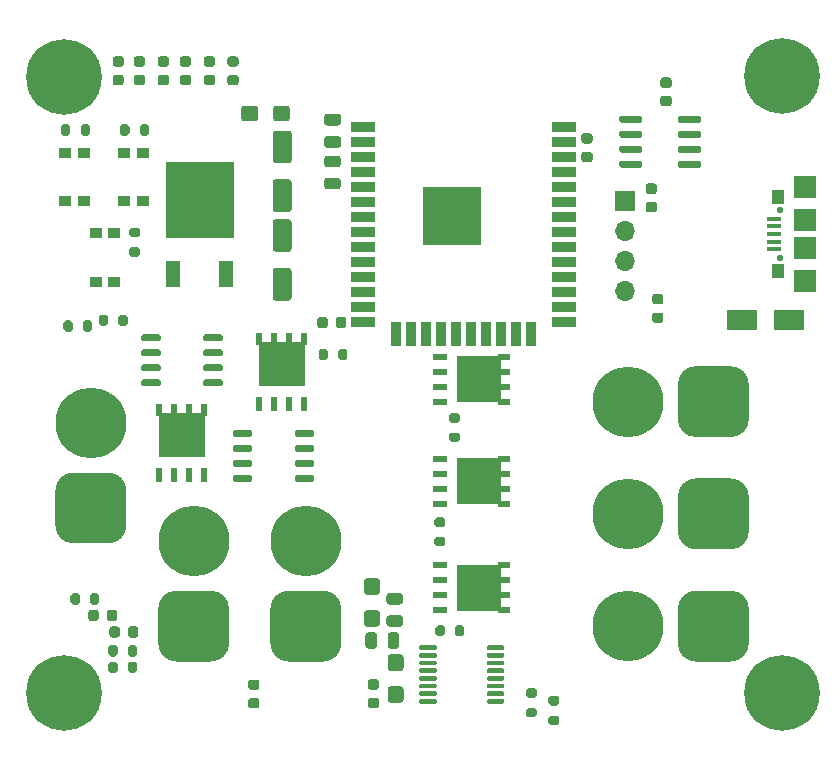
<source format=gbr>
G04 #@! TF.GenerationSoftware,KiCad,Pcbnew,(5.1.7-0-10_14)*
G04 #@! TF.CreationDate,2021-01-05T11:30:20+11:00*
G04 #@! TF.ProjectId,esp32_battery_isolator,65737033-325f-4626-9174-746572795f69,rev?*
G04 #@! TF.SameCoordinates,Original*
G04 #@! TF.FileFunction,Soldermask,Top*
G04 #@! TF.FilePolarity,Negative*
%FSLAX46Y46*%
G04 Gerber Fmt 4.6, Leading zero omitted, Abs format (unit mm)*
G04 Created by KiCad (PCBNEW (5.1.7-0-10_14)) date 2021-01-05 11:30:20*
%MOMM*%
%LPD*%
G01*
G04 APERTURE LIST*
%ADD10C,6.000000*%
%ADD11C,0.800000*%
%ADD12C,6.400000*%
%ADD13R,2.500000X1.800000*%
%ADD14R,1.700000X1.700000*%
%ADD15O,1.700000X1.700000*%
%ADD16R,1.300000X0.400000*%
%ADD17C,0.550000*%
%ADD18R,1.900000X1.900000*%
%ADD19R,1.000000X1.300000*%
%ADD20R,5.000000X5.000000*%
%ADD21R,2.000000X0.900000*%
%ADD22R,0.900000X2.000000*%
%ADD23R,1.000000X0.900000*%
%ADD24R,1.200000X2.200000*%
%ADD25R,5.800000X6.400000*%
%ADD26R,0.610000X1.270000*%
%ADD27R,0.610000X1.020000*%
%ADD28R,3.910000X3.810000*%
%ADD29R,1.270000X0.610000*%
%ADD30R,1.020000X0.610000*%
%ADD31R,3.810000X3.910000*%
G04 APERTURE END LIST*
D10*
X131650000Y-117950000D03*
G36*
G01*
X133150000Y-128150000D02*
X130150000Y-128150000D01*
G75*
G02*
X128650000Y-126650000I0J1500000D01*
G01*
X128650000Y-123650000D01*
G75*
G02*
X130150000Y-122150000I1500000J0D01*
G01*
X133150000Y-122150000D01*
G75*
G02*
X134650000Y-123650000I0J-1500000D01*
G01*
X134650000Y-126650000D01*
G75*
G02*
X133150000Y-128150000I-1500000J0D01*
G01*
G37*
D11*
X112847056Y-129152944D03*
X111150000Y-128450000D03*
X109452944Y-129152944D03*
X108750000Y-130850000D03*
X109452944Y-132547056D03*
X111150000Y-133250000D03*
X112847056Y-132547056D03*
X113550000Y-130850000D03*
D12*
X111150000Y-130850000D03*
D11*
X173647056Y-76852944D03*
X171950000Y-76150000D03*
X170252944Y-76852944D03*
X169550000Y-78550000D03*
X170252944Y-80247056D03*
X171950000Y-80950000D03*
X173647056Y-80247056D03*
X174350000Y-78550000D03*
D12*
X171950000Y-78550000D03*
X171950000Y-130850000D03*
D11*
X174350000Y-130850000D03*
X173647056Y-132547056D03*
X171950000Y-133250000D03*
X170252944Y-132547056D03*
X169550000Y-130850000D03*
X170252944Y-129152944D03*
X171950000Y-128450000D03*
X173647056Y-129152944D03*
X112847056Y-76952944D03*
X111150000Y-76250000D03*
X109452944Y-76952944D03*
X108750000Y-78650000D03*
X109452944Y-80347056D03*
X111150000Y-81050000D03*
X112847056Y-80347056D03*
X113550000Y-78650000D03*
D12*
X111150000Y-78650000D03*
G36*
G01*
X133443750Y-85325000D02*
X134356250Y-85325000D01*
G75*
G02*
X134600000Y-85568750I0J-243750D01*
G01*
X134600000Y-86056250D01*
G75*
G02*
X134356250Y-86300000I-243750J0D01*
G01*
X133443750Y-86300000D01*
G75*
G02*
X133200000Y-86056250I0J243750D01*
G01*
X133200000Y-85568750D01*
G75*
G02*
X133443750Y-85325000I243750J0D01*
G01*
G37*
G36*
G01*
X133443750Y-87200000D02*
X134356250Y-87200000D01*
G75*
G02*
X134600000Y-87443750I0J-243750D01*
G01*
X134600000Y-87931250D01*
G75*
G02*
X134356250Y-88175000I-243750J0D01*
G01*
X133443750Y-88175000D01*
G75*
G02*
X133200000Y-87931250I0J243750D01*
G01*
X133200000Y-87443750D01*
G75*
G02*
X133443750Y-87200000I243750J0D01*
G01*
G37*
G36*
G01*
X139631250Y-123325000D02*
X138718750Y-123325000D01*
G75*
G02*
X138475000Y-123081250I0J243750D01*
G01*
X138475000Y-122593750D01*
G75*
G02*
X138718750Y-122350000I243750J0D01*
G01*
X139631250Y-122350000D01*
G75*
G02*
X139875000Y-122593750I0J-243750D01*
G01*
X139875000Y-123081250D01*
G75*
G02*
X139631250Y-123325000I-243750J0D01*
G01*
G37*
G36*
G01*
X139631250Y-125200000D02*
X138718750Y-125200000D01*
G75*
G02*
X138475000Y-124956250I0J243750D01*
G01*
X138475000Y-124468750D01*
G75*
G02*
X138718750Y-124225000I243750J0D01*
G01*
X139631250Y-124225000D01*
G75*
G02*
X139875000Y-124468750I0J-243750D01*
G01*
X139875000Y-124956250D01*
G75*
G02*
X139631250Y-125200000I-243750J0D01*
G01*
G37*
G36*
G01*
X139550000Y-125918750D02*
X139550000Y-126831250D01*
G75*
G02*
X139306250Y-127075000I-243750J0D01*
G01*
X138818750Y-127075000D01*
G75*
G02*
X138575000Y-126831250I0J243750D01*
G01*
X138575000Y-125918750D01*
G75*
G02*
X138818750Y-125675000I243750J0D01*
G01*
X139306250Y-125675000D01*
G75*
G02*
X139550000Y-125918750I0J-243750D01*
G01*
G37*
G36*
G01*
X137675000Y-125918750D02*
X137675000Y-126831250D01*
G75*
G02*
X137431250Y-127075000I-243750J0D01*
G01*
X136943750Y-127075000D01*
G75*
G02*
X136700000Y-126831250I0J243750D01*
G01*
X136700000Y-125918750D01*
G75*
G02*
X136943750Y-125675000I243750J0D01*
G01*
X137431250Y-125675000D01*
G75*
G02*
X137675000Y-125918750I0J-243750D01*
G01*
G37*
G36*
G01*
X116016250Y-77785000D02*
X115503750Y-77785000D01*
G75*
G02*
X115285000Y-77566250I0J218750D01*
G01*
X115285000Y-77128750D01*
G75*
G02*
X115503750Y-76910000I218750J0D01*
G01*
X116016250Y-76910000D01*
G75*
G02*
X116235000Y-77128750I0J-218750D01*
G01*
X116235000Y-77566250D01*
G75*
G02*
X116016250Y-77785000I-218750J0D01*
G01*
G37*
G36*
G01*
X116016250Y-79360000D02*
X115503750Y-79360000D01*
G75*
G02*
X115285000Y-79141250I0J218750D01*
G01*
X115285000Y-78703750D01*
G75*
G02*
X115503750Y-78485000I218750J0D01*
G01*
X116016250Y-78485000D01*
G75*
G02*
X116235000Y-78703750I0J-218750D01*
G01*
X116235000Y-79141250D01*
G75*
G02*
X116016250Y-79360000I-218750J0D01*
G01*
G37*
G36*
G01*
X119841250Y-79360000D02*
X119328750Y-79360000D01*
G75*
G02*
X119110000Y-79141250I0J218750D01*
G01*
X119110000Y-78703750D01*
G75*
G02*
X119328750Y-78485000I218750J0D01*
G01*
X119841250Y-78485000D01*
G75*
G02*
X120060000Y-78703750I0J-218750D01*
G01*
X120060000Y-79141250D01*
G75*
G02*
X119841250Y-79360000I-218750J0D01*
G01*
G37*
G36*
G01*
X119841250Y-77785000D02*
X119328750Y-77785000D01*
G75*
G02*
X119110000Y-77566250I0J218750D01*
G01*
X119110000Y-77128750D01*
G75*
G02*
X119328750Y-76910000I218750J0D01*
G01*
X119841250Y-76910000D01*
G75*
G02*
X120060000Y-77128750I0J-218750D01*
G01*
X120060000Y-77566250D01*
G75*
G02*
X119841250Y-77785000I-218750J0D01*
G01*
G37*
G36*
G01*
X117816250Y-77785000D02*
X117303750Y-77785000D01*
G75*
G02*
X117085000Y-77566250I0J218750D01*
G01*
X117085000Y-77128750D01*
G75*
G02*
X117303750Y-76910000I218750J0D01*
G01*
X117816250Y-76910000D01*
G75*
G02*
X118035000Y-77128750I0J-218750D01*
G01*
X118035000Y-77566250D01*
G75*
G02*
X117816250Y-77785000I-218750J0D01*
G01*
G37*
G36*
G01*
X117816250Y-79360000D02*
X117303750Y-79360000D01*
G75*
G02*
X117085000Y-79141250I0J218750D01*
G01*
X117085000Y-78703750D01*
G75*
G02*
X117303750Y-78485000I218750J0D01*
G01*
X117816250Y-78485000D01*
G75*
G02*
X118035000Y-78703750I0J-218750D01*
G01*
X118035000Y-79141250D01*
G75*
G02*
X117816250Y-79360000I-218750J0D01*
G01*
G37*
G36*
G01*
X121716250Y-79360000D02*
X121203750Y-79360000D01*
G75*
G02*
X120985000Y-79141250I0J218750D01*
G01*
X120985000Y-78703750D01*
G75*
G02*
X121203750Y-78485000I218750J0D01*
G01*
X121716250Y-78485000D01*
G75*
G02*
X121935000Y-78703750I0J-218750D01*
G01*
X121935000Y-79141250D01*
G75*
G02*
X121716250Y-79360000I-218750J0D01*
G01*
G37*
G36*
G01*
X121716250Y-77785000D02*
X121203750Y-77785000D01*
G75*
G02*
X120985000Y-77566250I0J218750D01*
G01*
X120985000Y-77128750D01*
G75*
G02*
X121203750Y-76910000I218750J0D01*
G01*
X121716250Y-76910000D01*
G75*
G02*
X121935000Y-77128750I0J-218750D01*
G01*
X121935000Y-77566250D01*
G75*
G02*
X121716250Y-77785000I-218750J0D01*
G01*
G37*
G36*
G01*
X135075000Y-99193750D02*
X135075000Y-99706250D01*
G75*
G02*
X134856250Y-99925000I-218750J0D01*
G01*
X134418750Y-99925000D01*
G75*
G02*
X134200000Y-99706250I0J218750D01*
G01*
X134200000Y-99193750D01*
G75*
G02*
X134418750Y-98975000I218750J0D01*
G01*
X134856250Y-98975000D01*
G75*
G02*
X135075000Y-99193750I0J-218750D01*
G01*
G37*
G36*
G01*
X133500000Y-99193750D02*
X133500000Y-99706250D01*
G75*
G02*
X133281250Y-99925000I-218750J0D01*
G01*
X132843750Y-99925000D01*
G75*
G02*
X132625000Y-99706250I0J218750D01*
G01*
X132625000Y-99193750D01*
G75*
G02*
X132843750Y-98975000I218750J0D01*
G01*
X133281250Y-98975000D01*
G75*
G02*
X133500000Y-99193750I0J-218750D01*
G01*
G37*
G36*
G01*
X155193750Y-85000000D02*
X155706250Y-85000000D01*
G75*
G02*
X155925000Y-85218750I0J-218750D01*
G01*
X155925000Y-85656250D01*
G75*
G02*
X155706250Y-85875000I-218750J0D01*
G01*
X155193750Y-85875000D01*
G75*
G02*
X154975000Y-85656250I0J218750D01*
G01*
X154975000Y-85218750D01*
G75*
G02*
X155193750Y-85000000I218750J0D01*
G01*
G37*
G36*
G01*
X155193750Y-83425000D02*
X155706250Y-83425000D01*
G75*
G02*
X155925000Y-83643750I0J-218750D01*
G01*
X155925000Y-84081250D01*
G75*
G02*
X155706250Y-84300000I-218750J0D01*
G01*
X155193750Y-84300000D01*
G75*
G02*
X154975000Y-84081250I0J218750D01*
G01*
X154975000Y-83643750D01*
G75*
G02*
X155193750Y-83425000I218750J0D01*
G01*
G37*
G36*
G01*
X161193750Y-98600000D02*
X161706250Y-98600000D01*
G75*
G02*
X161925000Y-98818750I0J-218750D01*
G01*
X161925000Y-99256250D01*
G75*
G02*
X161706250Y-99475000I-218750J0D01*
G01*
X161193750Y-99475000D01*
G75*
G02*
X160975000Y-99256250I0J218750D01*
G01*
X160975000Y-98818750D01*
G75*
G02*
X161193750Y-98600000I218750J0D01*
G01*
G37*
G36*
G01*
X161193750Y-97025000D02*
X161706250Y-97025000D01*
G75*
G02*
X161925000Y-97243750I0J-218750D01*
G01*
X161925000Y-97681250D01*
G75*
G02*
X161706250Y-97900000I-218750J0D01*
G01*
X161193750Y-97900000D01*
G75*
G02*
X160975000Y-97681250I0J218750D01*
G01*
X160975000Y-97243750D01*
G75*
G02*
X161193750Y-97025000I218750J0D01*
G01*
G37*
G36*
G01*
X114100000Y-123993750D02*
X114100000Y-124506250D01*
G75*
G02*
X113881250Y-124725000I-218750J0D01*
G01*
X113443750Y-124725000D01*
G75*
G02*
X113225000Y-124506250I0J218750D01*
G01*
X113225000Y-123993750D01*
G75*
G02*
X113443750Y-123775000I218750J0D01*
G01*
X113881250Y-123775000D01*
G75*
G02*
X114100000Y-123993750I0J-218750D01*
G01*
G37*
G36*
G01*
X115675000Y-123993750D02*
X115675000Y-124506250D01*
G75*
G02*
X115456250Y-124725000I-218750J0D01*
G01*
X115018750Y-124725000D01*
G75*
G02*
X114800000Y-124506250I0J218750D01*
G01*
X114800000Y-123993750D01*
G75*
G02*
X115018750Y-123775000I218750J0D01*
G01*
X115456250Y-123775000D01*
G75*
G02*
X115675000Y-123993750I0J-218750D01*
G01*
G37*
G36*
G01*
X115025000Y-125906250D02*
X115025000Y-125393750D01*
G75*
G02*
X115243750Y-125175000I218750J0D01*
G01*
X115681250Y-125175000D01*
G75*
G02*
X115900000Y-125393750I0J-218750D01*
G01*
X115900000Y-125906250D01*
G75*
G02*
X115681250Y-126125000I-218750J0D01*
G01*
X115243750Y-126125000D01*
G75*
G02*
X115025000Y-125906250I0J218750D01*
G01*
G37*
G36*
G01*
X116600000Y-125906250D02*
X116600000Y-125393750D01*
G75*
G02*
X116818750Y-125175000I218750J0D01*
G01*
X117256250Y-125175000D01*
G75*
G02*
X117475000Y-125393750I0J-218750D01*
G01*
X117475000Y-125906250D01*
G75*
G02*
X117256250Y-126125000I-218750J0D01*
G01*
X116818750Y-126125000D01*
G75*
G02*
X116600000Y-125906250I0J218750D01*
G01*
G37*
G36*
G01*
X137118750Y-131225000D02*
X137631250Y-131225000D01*
G75*
G02*
X137850000Y-131443750I0J-218750D01*
G01*
X137850000Y-131881250D01*
G75*
G02*
X137631250Y-132100000I-218750J0D01*
G01*
X137118750Y-132100000D01*
G75*
G02*
X136900000Y-131881250I0J218750D01*
G01*
X136900000Y-131443750D01*
G75*
G02*
X137118750Y-131225000I218750J0D01*
G01*
G37*
G36*
G01*
X137118750Y-129650000D02*
X137631250Y-129650000D01*
G75*
G02*
X137850000Y-129868750I0J-218750D01*
G01*
X137850000Y-130306250D01*
G75*
G02*
X137631250Y-130525000I-218750J0D01*
G01*
X137118750Y-130525000D01*
G75*
G02*
X136900000Y-130306250I0J218750D01*
G01*
X136900000Y-129868750D01*
G75*
G02*
X137118750Y-129650000I218750J0D01*
G01*
G37*
G36*
G01*
X127506250Y-132125000D02*
X126993750Y-132125000D01*
G75*
G02*
X126775000Y-131906250I0J218750D01*
G01*
X126775000Y-131468750D01*
G75*
G02*
X126993750Y-131250000I218750J0D01*
G01*
X127506250Y-131250000D01*
G75*
G02*
X127725000Y-131468750I0J-218750D01*
G01*
X127725000Y-131906250D01*
G75*
G02*
X127506250Y-132125000I-218750J0D01*
G01*
G37*
G36*
G01*
X127506250Y-130550000D02*
X126993750Y-130550000D01*
G75*
G02*
X126775000Y-130331250I0J218750D01*
G01*
X126775000Y-129893750D01*
G75*
G02*
X126993750Y-129675000I218750J0D01*
G01*
X127506250Y-129675000D01*
G75*
G02*
X127725000Y-129893750I0J-218750D01*
G01*
X127725000Y-130331250D01*
G75*
G02*
X127506250Y-130550000I-218750J0D01*
G01*
G37*
G36*
G01*
X130200000Y-97600000D02*
X129100000Y-97600000D01*
G75*
G02*
X128850000Y-97350000I0J250000D01*
G01*
X128850000Y-95075000D01*
G75*
G02*
X129100000Y-94825000I250000J0D01*
G01*
X130200000Y-94825000D01*
G75*
G02*
X130450000Y-95075000I0J-250000D01*
G01*
X130450000Y-97350000D01*
G75*
G02*
X130200000Y-97600000I-250000J0D01*
G01*
G37*
G36*
G01*
X130200000Y-93475000D02*
X129100000Y-93475000D01*
G75*
G02*
X128850000Y-93225000I0J250000D01*
G01*
X128850000Y-90950000D01*
G75*
G02*
X129100000Y-90700000I250000J0D01*
G01*
X130200000Y-90700000D01*
G75*
G02*
X130450000Y-90950000I0J-250000D01*
G01*
X130450000Y-93225000D01*
G75*
G02*
X130200000Y-93475000I-250000J0D01*
G01*
G37*
G36*
G01*
X129100000Y-87325000D02*
X130200000Y-87325000D01*
G75*
G02*
X130450000Y-87575000I0J-250000D01*
G01*
X130450000Y-89850000D01*
G75*
G02*
X130200000Y-90100000I-250000J0D01*
G01*
X129100000Y-90100000D01*
G75*
G02*
X128850000Y-89850000I0J250000D01*
G01*
X128850000Y-87575000D01*
G75*
G02*
X129100000Y-87325000I250000J0D01*
G01*
G37*
G36*
G01*
X129100000Y-83200000D02*
X130200000Y-83200000D01*
G75*
G02*
X130450000Y-83450000I0J-250000D01*
G01*
X130450000Y-85725000D01*
G75*
G02*
X130200000Y-85975000I-250000J0D01*
G01*
X129100000Y-85975000D01*
G75*
G02*
X128850000Y-85725000I0J250000D01*
G01*
X128850000Y-83450000D01*
G75*
G02*
X129100000Y-83200000I250000J0D01*
G01*
G37*
G36*
G01*
X160650000Y-87675000D02*
X161150000Y-87675000D01*
G75*
G02*
X161375000Y-87900000I0J-225000D01*
G01*
X161375000Y-88350000D01*
G75*
G02*
X161150000Y-88575000I-225000J0D01*
G01*
X160650000Y-88575000D01*
G75*
G02*
X160425000Y-88350000I0J225000D01*
G01*
X160425000Y-87900000D01*
G75*
G02*
X160650000Y-87675000I225000J0D01*
G01*
G37*
G36*
G01*
X160650000Y-89225000D02*
X161150000Y-89225000D01*
G75*
G02*
X161375000Y-89450000I0J-225000D01*
G01*
X161375000Y-89900000D01*
G75*
G02*
X161150000Y-90125000I-225000J0D01*
G01*
X160650000Y-90125000D01*
G75*
G02*
X160425000Y-89900000I0J225000D01*
G01*
X160425000Y-89450000D01*
G75*
G02*
X160650000Y-89225000I225000J0D01*
G01*
G37*
G36*
G01*
X162400000Y-79600000D02*
X161900000Y-79600000D01*
G75*
G02*
X161675000Y-79375000I0J225000D01*
G01*
X161675000Y-78925000D01*
G75*
G02*
X161900000Y-78700000I225000J0D01*
G01*
X162400000Y-78700000D01*
G75*
G02*
X162625000Y-78925000I0J-225000D01*
G01*
X162625000Y-79375000D01*
G75*
G02*
X162400000Y-79600000I-225000J0D01*
G01*
G37*
G36*
G01*
X162400000Y-81150000D02*
X161900000Y-81150000D01*
G75*
G02*
X161675000Y-80925000I0J225000D01*
G01*
X161675000Y-80475000D01*
G75*
G02*
X161900000Y-80250000I225000J0D01*
G01*
X162400000Y-80250000D01*
G75*
G02*
X162625000Y-80475000I0J-225000D01*
G01*
X162625000Y-80925000D01*
G75*
G02*
X162400000Y-81150000I-225000J0D01*
G01*
G37*
D13*
X172550000Y-99250000D03*
X168550000Y-99250000D03*
G36*
G01*
X123741250Y-79360000D02*
X123228750Y-79360000D01*
G75*
G02*
X123010000Y-79141250I0J218750D01*
G01*
X123010000Y-78703750D01*
G75*
G02*
X123228750Y-78485000I218750J0D01*
G01*
X123741250Y-78485000D01*
G75*
G02*
X123960000Y-78703750I0J-218750D01*
G01*
X123960000Y-79141250D01*
G75*
G02*
X123741250Y-79360000I-218750J0D01*
G01*
G37*
G36*
G01*
X123741250Y-77785000D02*
X123228750Y-77785000D01*
G75*
G02*
X123010000Y-77566250I0J218750D01*
G01*
X123010000Y-77128750D01*
G75*
G02*
X123228750Y-76910000I218750J0D01*
G01*
X123741250Y-76910000D01*
G75*
G02*
X123960000Y-77128750I0J-218750D01*
G01*
X123960000Y-77566250D01*
G75*
G02*
X123741250Y-77785000I-218750J0D01*
G01*
G37*
D10*
X122150000Y-117950000D03*
G36*
G01*
X123650000Y-128150000D02*
X120650000Y-128150000D01*
G75*
G02*
X119150000Y-126650000I0J1500000D01*
G01*
X119150000Y-123650000D01*
G75*
G02*
X120650000Y-122150000I1500000J0D01*
G01*
X123650000Y-122150000D01*
G75*
G02*
X125150000Y-123650000I0J-1500000D01*
G01*
X125150000Y-126650000D01*
G75*
G02*
X123650000Y-128150000I-1500000J0D01*
G01*
G37*
D14*
X158650000Y-89150000D03*
D15*
X158650000Y-91690000D03*
X158650000Y-94230000D03*
X158650000Y-96770000D03*
D16*
X171300000Y-92610000D03*
X171300000Y-93260000D03*
X171300000Y-91960000D03*
X171300000Y-91310000D03*
X171300000Y-90660000D03*
D17*
X171800000Y-93960000D03*
X171800000Y-89960000D03*
D18*
X173950000Y-95910000D03*
X173950000Y-88010000D03*
X173950000Y-90760000D03*
X173950000Y-93160000D03*
D19*
X171600000Y-95110000D03*
X171600000Y-88810000D03*
G36*
G01*
X113375000Y-82875000D02*
X113375000Y-83425000D01*
G75*
G02*
X113175000Y-83625000I-200000J0D01*
G01*
X112775000Y-83625000D01*
G75*
G02*
X112575000Y-83425000I0J200000D01*
G01*
X112575000Y-82875000D01*
G75*
G02*
X112775000Y-82675000I200000J0D01*
G01*
X113175000Y-82675000D01*
G75*
G02*
X113375000Y-82875000I0J-200000D01*
G01*
G37*
G36*
G01*
X111725000Y-82875000D02*
X111725000Y-83425000D01*
G75*
G02*
X111525000Y-83625000I-200000J0D01*
G01*
X111125000Y-83625000D01*
G75*
G02*
X110925000Y-83425000I0J200000D01*
G01*
X110925000Y-82875000D01*
G75*
G02*
X111125000Y-82675000I200000J0D01*
G01*
X111525000Y-82675000D01*
G75*
G02*
X111725000Y-82875000I0J-200000D01*
G01*
G37*
G36*
G01*
X125741250Y-77785000D02*
X125228750Y-77785000D01*
G75*
G02*
X125010000Y-77566250I0J218750D01*
G01*
X125010000Y-77128750D01*
G75*
G02*
X125228750Y-76910000I218750J0D01*
G01*
X125741250Y-76910000D01*
G75*
G02*
X125960000Y-77128750I0J-218750D01*
G01*
X125960000Y-77566250D01*
G75*
G02*
X125741250Y-77785000I-218750J0D01*
G01*
G37*
G36*
G01*
X125741250Y-79360000D02*
X125228750Y-79360000D01*
G75*
G02*
X125010000Y-79141250I0J218750D01*
G01*
X125010000Y-78703750D01*
G75*
G02*
X125228750Y-78485000I218750J0D01*
G01*
X125741250Y-78485000D01*
G75*
G02*
X125960000Y-78703750I0J-218750D01*
G01*
X125960000Y-79141250D01*
G75*
G02*
X125741250Y-79360000I-218750J0D01*
G01*
G37*
D20*
X144000000Y-90395000D03*
D21*
X136500000Y-82895000D03*
X136500000Y-84165000D03*
X136500000Y-85435000D03*
X136500000Y-86705000D03*
X136500000Y-87975000D03*
X136500000Y-89245000D03*
X136500000Y-90515000D03*
X136500000Y-91785000D03*
X136500000Y-93055000D03*
X136500000Y-94325000D03*
X136500000Y-95595000D03*
X136500000Y-96865000D03*
X136500000Y-98135000D03*
X136500000Y-99405000D03*
D22*
X139285000Y-100405000D03*
X140555000Y-100405000D03*
X141825000Y-100405000D03*
X143095000Y-100405000D03*
X144365000Y-100405000D03*
X145635000Y-100405000D03*
X146905000Y-100405000D03*
X148175000Y-100405000D03*
X149445000Y-100405000D03*
X150715000Y-100405000D03*
D21*
X153500000Y-99405000D03*
X153500000Y-98135000D03*
X153500000Y-96865000D03*
X153500000Y-95595000D03*
X153500000Y-94325000D03*
X153500000Y-93055000D03*
X153500000Y-91785000D03*
X153500000Y-90515000D03*
X153500000Y-89245000D03*
X153500000Y-87975000D03*
X153500000Y-86705000D03*
X153500000Y-85435000D03*
X153500000Y-84165000D03*
X153500000Y-82895000D03*
G36*
G01*
X141250000Y-127075000D02*
X141250000Y-126875000D01*
G75*
G02*
X141350000Y-126775000I100000J0D01*
G01*
X142625000Y-126775000D01*
G75*
G02*
X142725000Y-126875000I0J-100000D01*
G01*
X142725000Y-127075000D01*
G75*
G02*
X142625000Y-127175000I-100000J0D01*
G01*
X141350000Y-127175000D01*
G75*
G02*
X141250000Y-127075000I0J100000D01*
G01*
G37*
G36*
G01*
X141250000Y-127725000D02*
X141250000Y-127525000D01*
G75*
G02*
X141350000Y-127425000I100000J0D01*
G01*
X142625000Y-127425000D01*
G75*
G02*
X142725000Y-127525000I0J-100000D01*
G01*
X142725000Y-127725000D01*
G75*
G02*
X142625000Y-127825000I-100000J0D01*
G01*
X141350000Y-127825000D01*
G75*
G02*
X141250000Y-127725000I0J100000D01*
G01*
G37*
G36*
G01*
X141250000Y-128375000D02*
X141250000Y-128175000D01*
G75*
G02*
X141350000Y-128075000I100000J0D01*
G01*
X142625000Y-128075000D01*
G75*
G02*
X142725000Y-128175000I0J-100000D01*
G01*
X142725000Y-128375000D01*
G75*
G02*
X142625000Y-128475000I-100000J0D01*
G01*
X141350000Y-128475000D01*
G75*
G02*
X141250000Y-128375000I0J100000D01*
G01*
G37*
G36*
G01*
X141250000Y-129025000D02*
X141250000Y-128825000D01*
G75*
G02*
X141350000Y-128725000I100000J0D01*
G01*
X142625000Y-128725000D01*
G75*
G02*
X142725000Y-128825000I0J-100000D01*
G01*
X142725000Y-129025000D01*
G75*
G02*
X142625000Y-129125000I-100000J0D01*
G01*
X141350000Y-129125000D01*
G75*
G02*
X141250000Y-129025000I0J100000D01*
G01*
G37*
G36*
G01*
X141250000Y-129675000D02*
X141250000Y-129475000D01*
G75*
G02*
X141350000Y-129375000I100000J0D01*
G01*
X142625000Y-129375000D01*
G75*
G02*
X142725000Y-129475000I0J-100000D01*
G01*
X142725000Y-129675000D01*
G75*
G02*
X142625000Y-129775000I-100000J0D01*
G01*
X141350000Y-129775000D01*
G75*
G02*
X141250000Y-129675000I0J100000D01*
G01*
G37*
G36*
G01*
X141250000Y-130325000D02*
X141250000Y-130125000D01*
G75*
G02*
X141350000Y-130025000I100000J0D01*
G01*
X142625000Y-130025000D01*
G75*
G02*
X142725000Y-130125000I0J-100000D01*
G01*
X142725000Y-130325000D01*
G75*
G02*
X142625000Y-130425000I-100000J0D01*
G01*
X141350000Y-130425000D01*
G75*
G02*
X141250000Y-130325000I0J100000D01*
G01*
G37*
G36*
G01*
X141250000Y-130975000D02*
X141250000Y-130775000D01*
G75*
G02*
X141350000Y-130675000I100000J0D01*
G01*
X142625000Y-130675000D01*
G75*
G02*
X142725000Y-130775000I0J-100000D01*
G01*
X142725000Y-130975000D01*
G75*
G02*
X142625000Y-131075000I-100000J0D01*
G01*
X141350000Y-131075000D01*
G75*
G02*
X141250000Y-130975000I0J100000D01*
G01*
G37*
G36*
G01*
X141250000Y-131625000D02*
X141250000Y-131425000D01*
G75*
G02*
X141350000Y-131325000I100000J0D01*
G01*
X142625000Y-131325000D01*
G75*
G02*
X142725000Y-131425000I0J-100000D01*
G01*
X142725000Y-131625000D01*
G75*
G02*
X142625000Y-131725000I-100000J0D01*
G01*
X141350000Y-131725000D01*
G75*
G02*
X141250000Y-131625000I0J100000D01*
G01*
G37*
G36*
G01*
X146975000Y-131625000D02*
X146975000Y-131425000D01*
G75*
G02*
X147075000Y-131325000I100000J0D01*
G01*
X148350000Y-131325000D01*
G75*
G02*
X148450000Y-131425000I0J-100000D01*
G01*
X148450000Y-131625000D01*
G75*
G02*
X148350000Y-131725000I-100000J0D01*
G01*
X147075000Y-131725000D01*
G75*
G02*
X146975000Y-131625000I0J100000D01*
G01*
G37*
G36*
G01*
X146975000Y-130975000D02*
X146975000Y-130775000D01*
G75*
G02*
X147075000Y-130675000I100000J0D01*
G01*
X148350000Y-130675000D01*
G75*
G02*
X148450000Y-130775000I0J-100000D01*
G01*
X148450000Y-130975000D01*
G75*
G02*
X148350000Y-131075000I-100000J0D01*
G01*
X147075000Y-131075000D01*
G75*
G02*
X146975000Y-130975000I0J100000D01*
G01*
G37*
G36*
G01*
X146975000Y-130325000D02*
X146975000Y-130125000D01*
G75*
G02*
X147075000Y-130025000I100000J0D01*
G01*
X148350000Y-130025000D01*
G75*
G02*
X148450000Y-130125000I0J-100000D01*
G01*
X148450000Y-130325000D01*
G75*
G02*
X148350000Y-130425000I-100000J0D01*
G01*
X147075000Y-130425000D01*
G75*
G02*
X146975000Y-130325000I0J100000D01*
G01*
G37*
G36*
G01*
X146975000Y-129675000D02*
X146975000Y-129475000D01*
G75*
G02*
X147075000Y-129375000I100000J0D01*
G01*
X148350000Y-129375000D01*
G75*
G02*
X148450000Y-129475000I0J-100000D01*
G01*
X148450000Y-129675000D01*
G75*
G02*
X148350000Y-129775000I-100000J0D01*
G01*
X147075000Y-129775000D01*
G75*
G02*
X146975000Y-129675000I0J100000D01*
G01*
G37*
G36*
G01*
X146975000Y-129025000D02*
X146975000Y-128825000D01*
G75*
G02*
X147075000Y-128725000I100000J0D01*
G01*
X148350000Y-128725000D01*
G75*
G02*
X148450000Y-128825000I0J-100000D01*
G01*
X148450000Y-129025000D01*
G75*
G02*
X148350000Y-129125000I-100000J0D01*
G01*
X147075000Y-129125000D01*
G75*
G02*
X146975000Y-129025000I0J100000D01*
G01*
G37*
G36*
G01*
X146975000Y-128375000D02*
X146975000Y-128175000D01*
G75*
G02*
X147075000Y-128075000I100000J0D01*
G01*
X148350000Y-128075000D01*
G75*
G02*
X148450000Y-128175000I0J-100000D01*
G01*
X148450000Y-128375000D01*
G75*
G02*
X148350000Y-128475000I-100000J0D01*
G01*
X147075000Y-128475000D01*
G75*
G02*
X146975000Y-128375000I0J100000D01*
G01*
G37*
G36*
G01*
X146975000Y-127725000D02*
X146975000Y-127525000D01*
G75*
G02*
X147075000Y-127425000I100000J0D01*
G01*
X148350000Y-127425000D01*
G75*
G02*
X148450000Y-127525000I0J-100000D01*
G01*
X148450000Y-127725000D01*
G75*
G02*
X148350000Y-127825000I-100000J0D01*
G01*
X147075000Y-127825000D01*
G75*
G02*
X146975000Y-127725000I0J100000D01*
G01*
G37*
G36*
G01*
X146975000Y-127075000D02*
X146975000Y-126875000D01*
G75*
G02*
X147075000Y-126775000I100000J0D01*
G01*
X148350000Y-126775000D01*
G75*
G02*
X148450000Y-126875000I0J-100000D01*
G01*
X148450000Y-127075000D01*
G75*
G02*
X148350000Y-127175000I-100000J0D01*
G01*
X147075000Y-127175000D01*
G75*
G02*
X146975000Y-127075000I0J100000D01*
G01*
G37*
G36*
G01*
X165100000Y-85905000D02*
X165100000Y-86205000D01*
G75*
G02*
X164950000Y-86355000I-150000J0D01*
G01*
X163300000Y-86355000D01*
G75*
G02*
X163150000Y-86205000I0J150000D01*
G01*
X163150000Y-85905000D01*
G75*
G02*
X163300000Y-85755000I150000J0D01*
G01*
X164950000Y-85755000D01*
G75*
G02*
X165100000Y-85905000I0J-150000D01*
G01*
G37*
G36*
G01*
X165100000Y-84635000D02*
X165100000Y-84935000D01*
G75*
G02*
X164950000Y-85085000I-150000J0D01*
G01*
X163300000Y-85085000D01*
G75*
G02*
X163150000Y-84935000I0J150000D01*
G01*
X163150000Y-84635000D01*
G75*
G02*
X163300000Y-84485000I150000J0D01*
G01*
X164950000Y-84485000D01*
G75*
G02*
X165100000Y-84635000I0J-150000D01*
G01*
G37*
G36*
G01*
X165100000Y-83365000D02*
X165100000Y-83665000D01*
G75*
G02*
X164950000Y-83815000I-150000J0D01*
G01*
X163300000Y-83815000D01*
G75*
G02*
X163150000Y-83665000I0J150000D01*
G01*
X163150000Y-83365000D01*
G75*
G02*
X163300000Y-83215000I150000J0D01*
G01*
X164950000Y-83215000D01*
G75*
G02*
X165100000Y-83365000I0J-150000D01*
G01*
G37*
G36*
G01*
X165100000Y-82095000D02*
X165100000Y-82395000D01*
G75*
G02*
X164950000Y-82545000I-150000J0D01*
G01*
X163300000Y-82545000D01*
G75*
G02*
X163150000Y-82395000I0J150000D01*
G01*
X163150000Y-82095000D01*
G75*
G02*
X163300000Y-81945000I150000J0D01*
G01*
X164950000Y-81945000D01*
G75*
G02*
X165100000Y-82095000I0J-150000D01*
G01*
G37*
G36*
G01*
X160150000Y-82095000D02*
X160150000Y-82395000D01*
G75*
G02*
X160000000Y-82545000I-150000J0D01*
G01*
X158350000Y-82545000D01*
G75*
G02*
X158200000Y-82395000I0J150000D01*
G01*
X158200000Y-82095000D01*
G75*
G02*
X158350000Y-81945000I150000J0D01*
G01*
X160000000Y-81945000D01*
G75*
G02*
X160150000Y-82095000I0J-150000D01*
G01*
G37*
G36*
G01*
X160150000Y-83365000D02*
X160150000Y-83665000D01*
G75*
G02*
X160000000Y-83815000I-150000J0D01*
G01*
X158350000Y-83815000D01*
G75*
G02*
X158200000Y-83665000I0J150000D01*
G01*
X158200000Y-83365000D01*
G75*
G02*
X158350000Y-83215000I150000J0D01*
G01*
X160000000Y-83215000D01*
G75*
G02*
X160150000Y-83365000I0J-150000D01*
G01*
G37*
G36*
G01*
X160150000Y-84635000D02*
X160150000Y-84935000D01*
G75*
G02*
X160000000Y-85085000I-150000J0D01*
G01*
X158350000Y-85085000D01*
G75*
G02*
X158200000Y-84935000I0J150000D01*
G01*
X158200000Y-84635000D01*
G75*
G02*
X158350000Y-84485000I150000J0D01*
G01*
X160000000Y-84485000D01*
G75*
G02*
X160150000Y-84635000I0J-150000D01*
G01*
G37*
G36*
G01*
X160150000Y-85905000D02*
X160150000Y-86205000D01*
G75*
G02*
X160000000Y-86355000I-150000J0D01*
G01*
X158350000Y-86355000D01*
G75*
G02*
X158200000Y-86205000I0J150000D01*
G01*
X158200000Y-85905000D01*
G75*
G02*
X158350000Y-85755000I150000J0D01*
G01*
X160000000Y-85755000D01*
G75*
G02*
X160150000Y-85905000I0J-150000D01*
G01*
G37*
D23*
X112850000Y-85100000D03*
X111250000Y-85100000D03*
X112850000Y-89200000D03*
X111250000Y-89200000D03*
X116250000Y-89200000D03*
X117850000Y-89200000D03*
X116250000Y-85100000D03*
X117850000Y-85100000D03*
X113850000Y-96000000D03*
X115450000Y-96000000D03*
X113850000Y-91900000D03*
X115450000Y-91900000D03*
G36*
G01*
X134395000Y-84670000D02*
X133445000Y-84670000D01*
G75*
G02*
X133195000Y-84420000I0J250000D01*
G01*
X133195000Y-83920000D01*
G75*
G02*
X133445000Y-83670000I250000J0D01*
G01*
X134395000Y-83670000D01*
G75*
G02*
X134645000Y-83920000I0J-250000D01*
G01*
X134645000Y-84420000D01*
G75*
G02*
X134395000Y-84670000I-250000J0D01*
G01*
G37*
G36*
G01*
X134395000Y-82770000D02*
X133445000Y-82770000D01*
G75*
G02*
X133195000Y-82520000I0J250000D01*
G01*
X133195000Y-82020000D01*
G75*
G02*
X133445000Y-81770000I250000J0D01*
G01*
X134395000Y-81770000D01*
G75*
G02*
X134645000Y-82020000I0J-250000D01*
G01*
X134645000Y-82520000D01*
G75*
G02*
X134395000Y-82770000I-250000J0D01*
G01*
G37*
G36*
G01*
X118375000Y-82875000D02*
X118375000Y-83425000D01*
G75*
G02*
X118175000Y-83625000I-200000J0D01*
G01*
X117775000Y-83625000D01*
G75*
G02*
X117575000Y-83425000I0J200000D01*
G01*
X117575000Y-82875000D01*
G75*
G02*
X117775000Y-82675000I200000J0D01*
G01*
X118175000Y-82675000D01*
G75*
G02*
X118375000Y-82875000I0J-200000D01*
G01*
G37*
G36*
G01*
X116725000Y-82875000D02*
X116725000Y-83425000D01*
G75*
G02*
X116525000Y-83625000I-200000J0D01*
G01*
X116125000Y-83625000D01*
G75*
G02*
X115925000Y-83425000I0J200000D01*
G01*
X115925000Y-82875000D01*
G75*
G02*
X116125000Y-82675000I200000J0D01*
G01*
X116525000Y-82675000D01*
G75*
G02*
X116725000Y-82875000I0J-200000D01*
G01*
G37*
G36*
G01*
X116875000Y-93075000D02*
X117425000Y-93075000D01*
G75*
G02*
X117625000Y-93275000I0J-200000D01*
G01*
X117625000Y-93675000D01*
G75*
G02*
X117425000Y-93875000I-200000J0D01*
G01*
X116875000Y-93875000D01*
G75*
G02*
X116675000Y-93675000I0J200000D01*
G01*
X116675000Y-93275000D01*
G75*
G02*
X116875000Y-93075000I200000J0D01*
G01*
G37*
G36*
G01*
X116875000Y-91425000D02*
X117425000Y-91425000D01*
G75*
G02*
X117625000Y-91625000I0J-200000D01*
G01*
X117625000Y-92025000D01*
G75*
G02*
X117425000Y-92225000I-200000J0D01*
G01*
X116875000Y-92225000D01*
G75*
G02*
X116675000Y-92025000I0J200000D01*
G01*
X116675000Y-91625000D01*
G75*
G02*
X116875000Y-91425000I200000J0D01*
G01*
G37*
D24*
X120370000Y-95350000D03*
X124930000Y-95350000D03*
D25*
X122650000Y-89050000D03*
D26*
X119245000Y-112320000D03*
X120515000Y-112320000D03*
X121785000Y-112320000D03*
X123055000Y-112320000D03*
D27*
X123055000Y-106855000D03*
X121785000Y-106855000D03*
X120515000Y-106855000D03*
X119245000Y-106855000D03*
D28*
X121150000Y-108960000D03*
X129625000Y-102960000D03*
D27*
X127720000Y-100855000D03*
X128990000Y-100855000D03*
X130260000Y-100855000D03*
X131530000Y-100855000D03*
D26*
X131530000Y-106320000D03*
X130260000Y-106320000D03*
X128990000Y-106320000D03*
X127720000Y-106320000D03*
G36*
G01*
X114175000Y-122575000D02*
X114175000Y-123125000D01*
G75*
G02*
X113975000Y-123325000I-200000J0D01*
G01*
X113575000Y-123325000D01*
G75*
G02*
X113375000Y-123125000I0J200000D01*
G01*
X113375000Y-122575000D01*
G75*
G02*
X113575000Y-122375000I200000J0D01*
G01*
X113975000Y-122375000D01*
G75*
G02*
X114175000Y-122575000I0J-200000D01*
G01*
G37*
G36*
G01*
X112525000Y-122575000D02*
X112525000Y-123125000D01*
G75*
G02*
X112325000Y-123325000I-200000J0D01*
G01*
X111925000Y-123325000D01*
G75*
G02*
X111725000Y-123125000I0J200000D01*
G01*
X111725000Y-122575000D01*
G75*
G02*
X111925000Y-122375000I200000J0D01*
G01*
X112325000Y-122375000D01*
G75*
G02*
X112525000Y-122575000I0J-200000D01*
G01*
G37*
G36*
G01*
X133525000Y-101875000D02*
X133525000Y-102425000D01*
G75*
G02*
X133325000Y-102625000I-200000J0D01*
G01*
X132925000Y-102625000D01*
G75*
G02*
X132725000Y-102425000I0J200000D01*
G01*
X132725000Y-101875000D01*
G75*
G02*
X132925000Y-101675000I200000J0D01*
G01*
X133325000Y-101675000D01*
G75*
G02*
X133525000Y-101875000I0J-200000D01*
G01*
G37*
G36*
G01*
X135175000Y-101875000D02*
X135175000Y-102425000D01*
G75*
G02*
X134975000Y-102625000I-200000J0D01*
G01*
X134575000Y-102625000D01*
G75*
G02*
X134375000Y-102425000I0J200000D01*
G01*
X134375000Y-101875000D01*
G75*
G02*
X134575000Y-101675000I200000J0D01*
G01*
X134975000Y-101675000D01*
G75*
G02*
X135175000Y-101875000I0J-200000D01*
G01*
G37*
G36*
G01*
X132350000Y-112530000D02*
X132350000Y-112830000D01*
G75*
G02*
X132200000Y-112980000I-150000J0D01*
G01*
X130850000Y-112980000D01*
G75*
G02*
X130700000Y-112830000I0J150000D01*
G01*
X130700000Y-112530000D01*
G75*
G02*
X130850000Y-112380000I150000J0D01*
G01*
X132200000Y-112380000D01*
G75*
G02*
X132350000Y-112530000I0J-150000D01*
G01*
G37*
G36*
G01*
X132350000Y-111260000D02*
X132350000Y-111560000D01*
G75*
G02*
X132200000Y-111710000I-150000J0D01*
G01*
X130850000Y-111710000D01*
G75*
G02*
X130700000Y-111560000I0J150000D01*
G01*
X130700000Y-111260000D01*
G75*
G02*
X130850000Y-111110000I150000J0D01*
G01*
X132200000Y-111110000D01*
G75*
G02*
X132350000Y-111260000I0J-150000D01*
G01*
G37*
G36*
G01*
X132350000Y-109990000D02*
X132350000Y-110290000D01*
G75*
G02*
X132200000Y-110440000I-150000J0D01*
G01*
X130850000Y-110440000D01*
G75*
G02*
X130700000Y-110290000I0J150000D01*
G01*
X130700000Y-109990000D01*
G75*
G02*
X130850000Y-109840000I150000J0D01*
G01*
X132200000Y-109840000D01*
G75*
G02*
X132350000Y-109990000I0J-150000D01*
G01*
G37*
G36*
G01*
X132350000Y-108720000D02*
X132350000Y-109020000D01*
G75*
G02*
X132200000Y-109170000I-150000J0D01*
G01*
X130850000Y-109170000D01*
G75*
G02*
X130700000Y-109020000I0J150000D01*
G01*
X130700000Y-108720000D01*
G75*
G02*
X130850000Y-108570000I150000J0D01*
G01*
X132200000Y-108570000D01*
G75*
G02*
X132350000Y-108720000I0J-150000D01*
G01*
G37*
G36*
G01*
X127100000Y-108720000D02*
X127100000Y-109020000D01*
G75*
G02*
X126950000Y-109170000I-150000J0D01*
G01*
X125600000Y-109170000D01*
G75*
G02*
X125450000Y-109020000I0J150000D01*
G01*
X125450000Y-108720000D01*
G75*
G02*
X125600000Y-108570000I150000J0D01*
G01*
X126950000Y-108570000D01*
G75*
G02*
X127100000Y-108720000I0J-150000D01*
G01*
G37*
G36*
G01*
X127100000Y-109990000D02*
X127100000Y-110290000D01*
G75*
G02*
X126950000Y-110440000I-150000J0D01*
G01*
X125600000Y-110440000D01*
G75*
G02*
X125450000Y-110290000I0J150000D01*
G01*
X125450000Y-109990000D01*
G75*
G02*
X125600000Y-109840000I150000J0D01*
G01*
X126950000Y-109840000D01*
G75*
G02*
X127100000Y-109990000I0J-150000D01*
G01*
G37*
G36*
G01*
X127100000Y-111260000D02*
X127100000Y-111560000D01*
G75*
G02*
X126950000Y-111710000I-150000J0D01*
G01*
X125600000Y-111710000D01*
G75*
G02*
X125450000Y-111560000I0J150000D01*
G01*
X125450000Y-111260000D01*
G75*
G02*
X125600000Y-111110000I150000J0D01*
G01*
X126950000Y-111110000D01*
G75*
G02*
X127100000Y-111260000I0J-150000D01*
G01*
G37*
G36*
G01*
X127100000Y-112530000D02*
X127100000Y-112830000D01*
G75*
G02*
X126950000Y-112980000I-150000J0D01*
G01*
X125600000Y-112980000D01*
G75*
G02*
X125450000Y-112830000I0J150000D01*
G01*
X125450000Y-112530000D01*
G75*
G02*
X125600000Y-112380000I150000J0D01*
G01*
X126950000Y-112380000D01*
G75*
G02*
X127100000Y-112530000I0J-150000D01*
G01*
G37*
D10*
X113450000Y-107950000D03*
G36*
G01*
X114950000Y-118150000D02*
X111950000Y-118150000D01*
G75*
G02*
X110450000Y-116650000I0J1500000D01*
G01*
X110450000Y-113650000D01*
G75*
G02*
X111950000Y-112150000I1500000J0D01*
G01*
X114950000Y-112150000D01*
G75*
G02*
X116450000Y-113650000I0J-1500000D01*
G01*
X116450000Y-116650000D01*
G75*
G02*
X114950000Y-118150000I-1500000J0D01*
G01*
G37*
X158950000Y-115650000D03*
G36*
G01*
X169150000Y-114150000D02*
X169150000Y-117150000D01*
G75*
G02*
X167650000Y-118650000I-1500000J0D01*
G01*
X164650000Y-118650000D01*
G75*
G02*
X163150000Y-117150000I0J1500000D01*
G01*
X163150000Y-114150000D01*
G75*
G02*
X164650000Y-112650000I1500000J0D01*
G01*
X167650000Y-112650000D01*
G75*
G02*
X169150000Y-114150000I0J-1500000D01*
G01*
G37*
G36*
G01*
X169150000Y-104650000D02*
X169150000Y-107650000D01*
G75*
G02*
X167650000Y-109150000I-1500000J0D01*
G01*
X164650000Y-109150000D01*
G75*
G02*
X163150000Y-107650000I0J1500000D01*
G01*
X163150000Y-104650000D01*
G75*
G02*
X164650000Y-103150000I1500000J0D01*
G01*
X167650000Y-103150000D01*
G75*
G02*
X169150000Y-104650000I0J-1500000D01*
G01*
G37*
X158950000Y-106150000D03*
D29*
X142980000Y-119995000D03*
X142980000Y-121265000D03*
X142980000Y-122535000D03*
X142980000Y-123805000D03*
D30*
X148445000Y-123805000D03*
X148445000Y-122535000D03*
X148445000Y-121265000D03*
X148445000Y-119995000D03*
D31*
X146340000Y-121900000D03*
X146340000Y-112900000D03*
D30*
X148445000Y-110995000D03*
X148445000Y-112265000D03*
X148445000Y-113535000D03*
X148445000Y-114805000D03*
D29*
X142980000Y-114805000D03*
X142980000Y-113535000D03*
X142980000Y-112265000D03*
X142980000Y-110995000D03*
X142980000Y-102345000D03*
X142980000Y-103615000D03*
X142980000Y-104885000D03*
X142980000Y-106155000D03*
D30*
X148445000Y-106155000D03*
X148445000Y-104885000D03*
X148445000Y-103615000D03*
X148445000Y-102345000D03*
D31*
X146340000Y-104250000D03*
G36*
G01*
X144275000Y-125825000D02*
X144275000Y-125275000D01*
G75*
G02*
X144475000Y-125075000I200000J0D01*
G01*
X144875000Y-125075000D01*
G75*
G02*
X145075000Y-125275000I0J-200000D01*
G01*
X145075000Y-125825000D01*
G75*
G02*
X144875000Y-126025000I-200000J0D01*
G01*
X144475000Y-126025000D01*
G75*
G02*
X144275000Y-125825000I0J200000D01*
G01*
G37*
G36*
G01*
X142625000Y-125825000D02*
X142625000Y-125275000D01*
G75*
G02*
X142825000Y-125075000I200000J0D01*
G01*
X143225000Y-125075000D01*
G75*
G02*
X143425000Y-125275000I0J-200000D01*
G01*
X143425000Y-125825000D01*
G75*
G02*
X143225000Y-126025000I-200000J0D01*
G01*
X142825000Y-126025000D01*
G75*
G02*
X142625000Y-125825000I0J200000D01*
G01*
G37*
G36*
G01*
X143275000Y-118405000D02*
X142725000Y-118405000D01*
G75*
G02*
X142525000Y-118205000I0J200000D01*
G01*
X142525000Y-117805000D01*
G75*
G02*
X142725000Y-117605000I200000J0D01*
G01*
X143275000Y-117605000D01*
G75*
G02*
X143475000Y-117805000I0J-200000D01*
G01*
X143475000Y-118205000D01*
G75*
G02*
X143275000Y-118405000I-200000J0D01*
G01*
G37*
G36*
G01*
X143275000Y-116755000D02*
X142725000Y-116755000D01*
G75*
G02*
X142525000Y-116555000I0J200000D01*
G01*
X142525000Y-116155000D01*
G75*
G02*
X142725000Y-115955000I200000J0D01*
G01*
X143275000Y-115955000D01*
G75*
G02*
X143475000Y-116155000I0J-200000D01*
G01*
X143475000Y-116555000D01*
G75*
G02*
X143275000Y-116755000I-200000J0D01*
G01*
G37*
G36*
G01*
X114925000Y-128925000D02*
X114925000Y-128375000D01*
G75*
G02*
X115125000Y-128175000I200000J0D01*
G01*
X115525000Y-128175000D01*
G75*
G02*
X115725000Y-128375000I0J-200000D01*
G01*
X115725000Y-128925000D01*
G75*
G02*
X115525000Y-129125000I-200000J0D01*
G01*
X115125000Y-129125000D01*
G75*
G02*
X114925000Y-128925000I0J200000D01*
G01*
G37*
G36*
G01*
X116575000Y-128925000D02*
X116575000Y-128375000D01*
G75*
G02*
X116775000Y-128175000I200000J0D01*
G01*
X117175000Y-128175000D01*
G75*
G02*
X117375000Y-128375000I0J-200000D01*
G01*
X117375000Y-128925000D01*
G75*
G02*
X117175000Y-129125000I-200000J0D01*
G01*
X116775000Y-129125000D01*
G75*
G02*
X116575000Y-128925000I0J200000D01*
G01*
G37*
G36*
G01*
X114925000Y-127525000D02*
X114925000Y-126975000D01*
G75*
G02*
X115125000Y-126775000I200000J0D01*
G01*
X115525000Y-126775000D01*
G75*
G02*
X115725000Y-126975000I0J-200000D01*
G01*
X115725000Y-127525000D01*
G75*
G02*
X115525000Y-127725000I-200000J0D01*
G01*
X115125000Y-127725000D01*
G75*
G02*
X114925000Y-127525000I0J200000D01*
G01*
G37*
G36*
G01*
X116575000Y-127525000D02*
X116575000Y-126975000D01*
G75*
G02*
X116775000Y-126775000I200000J0D01*
G01*
X117175000Y-126775000D01*
G75*
G02*
X117375000Y-126975000I0J-200000D01*
G01*
X117375000Y-127525000D01*
G75*
G02*
X117175000Y-127725000I-200000J0D01*
G01*
X116775000Y-127725000D01*
G75*
G02*
X116575000Y-127525000I0J200000D01*
G01*
G37*
G36*
G01*
X144515000Y-107915000D02*
X143965000Y-107915000D01*
G75*
G02*
X143765000Y-107715000I0J200000D01*
G01*
X143765000Y-107315000D01*
G75*
G02*
X143965000Y-107115000I200000J0D01*
G01*
X144515000Y-107115000D01*
G75*
G02*
X144715000Y-107315000I0J-200000D01*
G01*
X144715000Y-107715000D01*
G75*
G02*
X144515000Y-107915000I-200000J0D01*
G01*
G37*
G36*
G01*
X144515000Y-109565000D02*
X143965000Y-109565000D01*
G75*
G02*
X143765000Y-109365000I0J200000D01*
G01*
X143765000Y-108965000D01*
G75*
G02*
X143965000Y-108765000I200000J0D01*
G01*
X144515000Y-108765000D01*
G75*
G02*
X144715000Y-108965000I0J-200000D01*
G01*
X144715000Y-109365000D01*
G75*
G02*
X144515000Y-109565000I-200000J0D01*
G01*
G37*
G36*
G01*
X124600000Y-104405000D02*
X124600000Y-104705000D01*
G75*
G02*
X124450000Y-104855000I-150000J0D01*
G01*
X123100000Y-104855000D01*
G75*
G02*
X122950000Y-104705000I0J150000D01*
G01*
X122950000Y-104405000D01*
G75*
G02*
X123100000Y-104255000I150000J0D01*
G01*
X124450000Y-104255000D01*
G75*
G02*
X124600000Y-104405000I0J-150000D01*
G01*
G37*
G36*
G01*
X124600000Y-103135000D02*
X124600000Y-103435000D01*
G75*
G02*
X124450000Y-103585000I-150000J0D01*
G01*
X123100000Y-103585000D01*
G75*
G02*
X122950000Y-103435000I0J150000D01*
G01*
X122950000Y-103135000D01*
G75*
G02*
X123100000Y-102985000I150000J0D01*
G01*
X124450000Y-102985000D01*
G75*
G02*
X124600000Y-103135000I0J-150000D01*
G01*
G37*
G36*
G01*
X124600000Y-101865000D02*
X124600000Y-102165000D01*
G75*
G02*
X124450000Y-102315000I-150000J0D01*
G01*
X123100000Y-102315000D01*
G75*
G02*
X122950000Y-102165000I0J150000D01*
G01*
X122950000Y-101865000D01*
G75*
G02*
X123100000Y-101715000I150000J0D01*
G01*
X124450000Y-101715000D01*
G75*
G02*
X124600000Y-101865000I0J-150000D01*
G01*
G37*
G36*
G01*
X124600000Y-100595000D02*
X124600000Y-100895000D01*
G75*
G02*
X124450000Y-101045000I-150000J0D01*
G01*
X123100000Y-101045000D01*
G75*
G02*
X122950000Y-100895000I0J150000D01*
G01*
X122950000Y-100595000D01*
G75*
G02*
X123100000Y-100445000I150000J0D01*
G01*
X124450000Y-100445000D01*
G75*
G02*
X124600000Y-100595000I0J-150000D01*
G01*
G37*
G36*
G01*
X119350000Y-100595000D02*
X119350000Y-100895000D01*
G75*
G02*
X119200000Y-101045000I-150000J0D01*
G01*
X117850000Y-101045000D01*
G75*
G02*
X117700000Y-100895000I0J150000D01*
G01*
X117700000Y-100595000D01*
G75*
G02*
X117850000Y-100445000I150000J0D01*
G01*
X119200000Y-100445000D01*
G75*
G02*
X119350000Y-100595000I0J-150000D01*
G01*
G37*
G36*
G01*
X119350000Y-101865000D02*
X119350000Y-102165000D01*
G75*
G02*
X119200000Y-102315000I-150000J0D01*
G01*
X117850000Y-102315000D01*
G75*
G02*
X117700000Y-102165000I0J150000D01*
G01*
X117700000Y-101865000D01*
G75*
G02*
X117850000Y-101715000I150000J0D01*
G01*
X119200000Y-101715000D01*
G75*
G02*
X119350000Y-101865000I0J-150000D01*
G01*
G37*
G36*
G01*
X119350000Y-103135000D02*
X119350000Y-103435000D01*
G75*
G02*
X119200000Y-103585000I-150000J0D01*
G01*
X117850000Y-103585000D01*
G75*
G02*
X117700000Y-103435000I0J150000D01*
G01*
X117700000Y-103135000D01*
G75*
G02*
X117850000Y-102985000I150000J0D01*
G01*
X119200000Y-102985000D01*
G75*
G02*
X119350000Y-103135000I0J-150000D01*
G01*
G37*
G36*
G01*
X119350000Y-104405000D02*
X119350000Y-104705000D01*
G75*
G02*
X119200000Y-104855000I-150000J0D01*
G01*
X117850000Y-104855000D01*
G75*
G02*
X117700000Y-104705000I0J150000D01*
G01*
X117700000Y-104405000D01*
G75*
G02*
X117850000Y-104255000I150000J0D01*
G01*
X119200000Y-104255000D01*
G75*
G02*
X119350000Y-104405000I0J-150000D01*
G01*
G37*
D10*
X158950000Y-125150000D03*
G36*
G01*
X169150000Y-123650000D02*
X169150000Y-126650000D01*
G75*
G02*
X167650000Y-128150000I-1500000J0D01*
G01*
X164650000Y-128150000D01*
G75*
G02*
X163150000Y-126650000I0J1500000D01*
G01*
X163150000Y-123650000D01*
G75*
G02*
X164650000Y-122150000I1500000J0D01*
G01*
X167650000Y-122150000D01*
G75*
G02*
X169150000Y-123650000I0J-1500000D01*
G01*
G37*
G36*
G01*
X116575000Y-98975000D02*
X116575000Y-99525000D01*
G75*
G02*
X116375000Y-99725000I-200000J0D01*
G01*
X115975000Y-99725000D01*
G75*
G02*
X115775000Y-99525000I0J200000D01*
G01*
X115775000Y-98975000D01*
G75*
G02*
X115975000Y-98775000I200000J0D01*
G01*
X116375000Y-98775000D01*
G75*
G02*
X116575000Y-98975000I0J-200000D01*
G01*
G37*
G36*
G01*
X114925000Y-98975000D02*
X114925000Y-99525000D01*
G75*
G02*
X114725000Y-99725000I-200000J0D01*
G01*
X114325000Y-99725000D01*
G75*
G02*
X114125000Y-99525000I0J200000D01*
G01*
X114125000Y-98975000D01*
G75*
G02*
X114325000Y-98775000I200000J0D01*
G01*
X114725000Y-98775000D01*
G75*
G02*
X114925000Y-98975000I0J-200000D01*
G01*
G37*
G36*
G01*
X111925000Y-99475000D02*
X111925000Y-100025000D01*
G75*
G02*
X111725000Y-100225000I-200000J0D01*
G01*
X111325000Y-100225000D01*
G75*
G02*
X111125000Y-100025000I0J200000D01*
G01*
X111125000Y-99475000D01*
G75*
G02*
X111325000Y-99275000I200000J0D01*
G01*
X111725000Y-99275000D01*
G75*
G02*
X111925000Y-99475000I0J-200000D01*
G01*
G37*
G36*
G01*
X113575000Y-99475000D02*
X113575000Y-100025000D01*
G75*
G02*
X113375000Y-100225000I-200000J0D01*
G01*
X112975000Y-100225000D01*
G75*
G02*
X112775000Y-100025000I0J200000D01*
G01*
X112775000Y-99475000D01*
G75*
G02*
X112975000Y-99275000I200000J0D01*
G01*
X113375000Y-99275000D01*
G75*
G02*
X113575000Y-99475000I0J-200000D01*
G01*
G37*
G36*
G01*
X151025000Y-132875000D02*
X150475000Y-132875000D01*
G75*
G02*
X150275000Y-132675000I0J200000D01*
G01*
X150275000Y-132275000D01*
G75*
G02*
X150475000Y-132075000I200000J0D01*
G01*
X151025000Y-132075000D01*
G75*
G02*
X151225000Y-132275000I0J-200000D01*
G01*
X151225000Y-132675000D01*
G75*
G02*
X151025000Y-132875000I-200000J0D01*
G01*
G37*
G36*
G01*
X151025000Y-131225000D02*
X150475000Y-131225000D01*
G75*
G02*
X150275000Y-131025000I0J200000D01*
G01*
X150275000Y-130625000D01*
G75*
G02*
X150475000Y-130425000I200000J0D01*
G01*
X151025000Y-130425000D01*
G75*
G02*
X151225000Y-130625000I0J-200000D01*
G01*
X151225000Y-131025000D01*
G75*
G02*
X151025000Y-131225000I-200000J0D01*
G01*
G37*
G36*
G01*
X152375000Y-132725000D02*
X152925000Y-132725000D01*
G75*
G02*
X153125000Y-132925000I0J-200000D01*
G01*
X153125000Y-133325000D01*
G75*
G02*
X152925000Y-133525000I-200000J0D01*
G01*
X152375000Y-133525000D01*
G75*
G02*
X152175000Y-133325000I0J200000D01*
G01*
X152175000Y-132925000D01*
G75*
G02*
X152375000Y-132725000I200000J0D01*
G01*
G37*
G36*
G01*
X152375000Y-131075000D02*
X152925000Y-131075000D01*
G75*
G02*
X153125000Y-131275000I0J-200000D01*
G01*
X153125000Y-131675000D01*
G75*
G02*
X152925000Y-131875000I-200000J0D01*
G01*
X152375000Y-131875000D01*
G75*
G02*
X152175000Y-131675000I0J200000D01*
G01*
X152175000Y-131275000D01*
G75*
G02*
X152375000Y-131075000I200000J0D01*
G01*
G37*
G36*
G01*
X137675001Y-125200000D02*
X136824999Y-125200000D01*
G75*
G02*
X136575000Y-124950001I0J249999D01*
G01*
X136575000Y-124049999D01*
G75*
G02*
X136824999Y-123800000I249999J0D01*
G01*
X137675001Y-123800000D01*
G75*
G02*
X137925000Y-124049999I0J-249999D01*
G01*
X137925000Y-124950001D01*
G75*
G02*
X137675001Y-125200000I-249999J0D01*
G01*
G37*
G36*
G01*
X137675001Y-122500000D02*
X136824999Y-122500000D01*
G75*
G02*
X136575000Y-122250001I0J249999D01*
G01*
X136575000Y-121349999D01*
G75*
G02*
X136824999Y-121100000I249999J0D01*
G01*
X137675001Y-121100000D01*
G75*
G02*
X137925000Y-121349999I0J-249999D01*
G01*
X137925000Y-122250001D01*
G75*
G02*
X137675001Y-122500000I-249999J0D01*
G01*
G37*
G36*
G01*
X138824999Y-130250000D02*
X139675001Y-130250000D01*
G75*
G02*
X139925000Y-130499999I0J-249999D01*
G01*
X139925000Y-131400001D01*
G75*
G02*
X139675001Y-131650000I-249999J0D01*
G01*
X138824999Y-131650000D01*
G75*
G02*
X138575000Y-131400001I0J249999D01*
G01*
X138575000Y-130499999D01*
G75*
G02*
X138824999Y-130250000I249999J0D01*
G01*
G37*
G36*
G01*
X138824999Y-127550000D02*
X139675001Y-127550000D01*
G75*
G02*
X139925000Y-127799999I0J-249999D01*
G01*
X139925000Y-128700001D01*
G75*
G02*
X139675001Y-128950000I-249999J0D01*
G01*
X138824999Y-128950000D01*
G75*
G02*
X138575000Y-128700001I0J249999D01*
G01*
X138575000Y-127799999D01*
G75*
G02*
X138824999Y-127550000I249999J0D01*
G01*
G37*
G36*
G01*
X130300000Y-81324999D02*
X130300000Y-82175001D01*
G75*
G02*
X130050001Y-82425000I-249999J0D01*
G01*
X129149999Y-82425000D01*
G75*
G02*
X128900000Y-82175001I0J249999D01*
G01*
X128900000Y-81324999D01*
G75*
G02*
X129149999Y-81075000I249999J0D01*
G01*
X130050001Y-81075000D01*
G75*
G02*
X130300000Y-81324999I0J-249999D01*
G01*
G37*
G36*
G01*
X127600000Y-81324999D02*
X127600000Y-82175001D01*
G75*
G02*
X127350001Y-82425000I-249999J0D01*
G01*
X126449999Y-82425000D01*
G75*
G02*
X126200000Y-82175001I0J249999D01*
G01*
X126200000Y-81324999D01*
G75*
G02*
X126449999Y-81075000I249999J0D01*
G01*
X127350001Y-81075000D01*
G75*
G02*
X127600000Y-81324999I0J-249999D01*
G01*
G37*
M02*

</source>
